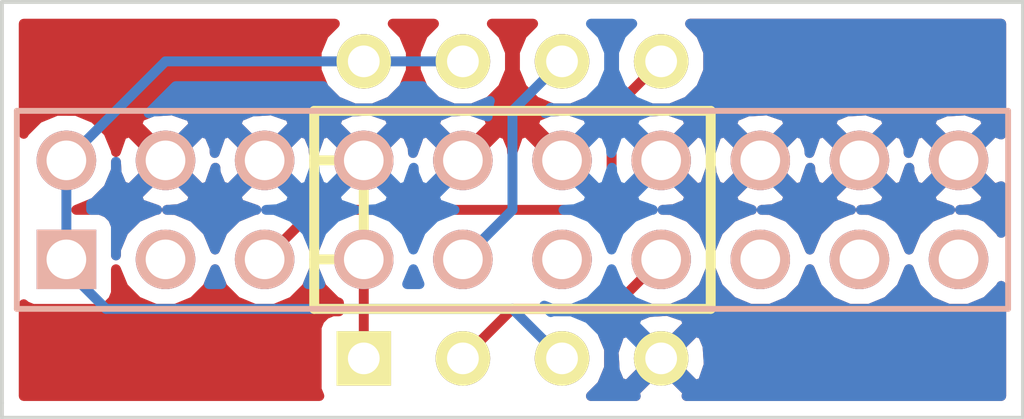
<source format=kicad_pcb>
(kicad_pcb (version 3) (host pcbnew "(2013-07-07 BZR 4022)-stable")

  (general
    (links 17)
    (no_connects 0)
    (area 187.528999 159.715999 213.791001 170.484001)
    (thickness 1.6)
    (drawings 9)
    (tracks 20)
    (zones 0)
    (modules 2)
    (nets 7)
  )

  (page A3)
  (layers
    (15 F.Cu signal)
    (0 B.Cu signal)
    (16 B.Adhes user)
    (17 F.Adhes user)
    (18 B.Paste user)
    (19 F.Paste user)
    (20 B.SilkS user)
    (21 F.SilkS user)
    (22 B.Mask user)
    (23 F.Mask user)
    (24 Dwgs.User user)
    (25 Cmts.User user)
    (26 Eco1.User user)
    (27 Eco2.User user)
    (28 Edge.Cuts user)
  )

  (setup
    (last_trace_width 0.254)
    (user_trace_width 0.254)
    (user_trace_width 0.381)
    (user_trace_width 0.508)
    (trace_clearance 0.254)
    (zone_clearance 0.381)
    (zone_45_only no)
    (trace_min 0.254)
    (segment_width 0.2)
    (edge_width 0.1)
    (via_size 0.6858)
    (via_drill 0.3302)
    (via_min_size 0.6858)
    (via_min_drill 0.3302)
    (uvia_size 0.508)
    (uvia_drill 0.127)
    (uvias_allowed no)
    (uvia_min_size 0.508)
    (uvia_min_drill 0.127)
    (pcb_text_width 0.3)
    (pcb_text_size 1.5 1.5)
    (mod_edge_width 0.15)
    (mod_text_size 1 1)
    (mod_text_width 0.15)
    (pad_size 1.5 1.5)
    (pad_drill 0.6)
    (pad_to_mask_clearance 0)
    (aux_axis_origin 0 0)
    (visible_elements 7FFFFFBF)
    (pcbplotparams
      (layerselection 284196865)
      (usegerberextensions true)
      (excludeedgelayer false)
      (linewidth 0.150000)
      (plotframeref false)
      (viasonmask false)
      (mode 1)
      (useauxorigin false)
      (hpglpennumber 1)
      (hpglpenspeed 20)
      (hpglpendiameter 15)
      (hpglpenoverlay 2)
      (psnegative false)
      (psa4output false)
      (plotreference true)
      (plotvalue false)
      (plotothertext false)
      (plotinvisibletext false)
      (padsonsilk false)
      (subtractmaskfromsilk false)
      (outputformat 1)
      (mirror false)
      (drillshape 0)
      (scaleselection 1)
      (outputdirectory CAM/))
  )

  (net 0 "")
  (net 1 /SCLK)
  (net 2 /SI)
  (net 3 /SO)
  (net 4 /~CS)
  (net 5 GND)
  (net 6 VCC)

  (net_class Default "This is the default net class."
    (clearance 0.254)
    (trace_width 0.254)
    (via_dia 0.6858)
    (via_drill 0.3302)
    (uvia_dia 0.508)
    (uvia_drill 0.127)
    (add_net "")
    (add_net /SCLK)
    (add_net /SI)
    (add_net /SO)
    (add_net /~CS)
    (add_net GND)
    (add_net VCC)
  )

  (module pin_array_10x2 (layer B.Cu) (tedit 55A02585) (tstamp 54DB70BE)
    (at 203.2 165.1 180)
    (descr "Double rangee de contacts 2 x 12 pins")
    (tags CONN)
    (path /54DB60C6)
    (fp_text reference P1 (at 11.176 3.429 180) (layer B.SilkS) hide
      (effects (font (size 1.016 1.016) (thickness 0.254)) (justify mirror))
    )
    (fp_text value CONN_10X2 (at 0 -3.81 180) (layer B.SilkS) hide
      (effects (font (size 1.016 1.016) (thickness 0.2032)) (justify mirror))
    )
    (fp_line (start -10.16 2.54) (end 15.24 2.54) (layer B.SilkS) (width 0.15))
    (fp_line (start 15.24 2.54) (end 15.24 -2.54) (layer B.SilkS) (width 0.15))
    (fp_line (start 15.24 -2.54) (end -10.16 -2.54) (layer B.SilkS) (width 0.15))
    (fp_line (start -10.16 -2.54) (end -10.16 2.54) (layer B.SilkS) (width 0.15))
    (pad 1 thru_hole rect (at 13.97 -1.27) (size 1.524 1.524) (drill 1.016)
      (layers *.Cu *.Mask B.SilkS)
      (net 6 VCC)
    )
    (pad 2 thru_hole circle (at 13.97 1.27) (size 1.524 1.524) (drill 1.016)
      (layers *.Cu *.Mask B.SilkS)
      (net 6 VCC)
    )
    (pad 3 thru_hole circle (at 11.43 -1.27) (size 1.524 1.524) (drill 1.016)
      (layers *.Cu *.Mask B.SilkS)
    )
    (pad 4 thru_hole circle (at 11.43 1.27) (size 1.524 1.524) (drill 1.016)
      (layers *.Cu *.Mask B.SilkS)
      (net 5 GND)
    )
    (pad 5 thru_hole circle (at 8.89 -1.27) (size 1.524 1.524) (drill 1.016)
      (layers *.Cu *.Mask B.SilkS)
      (net 2 /SI)
    )
    (pad 6 thru_hole circle (at 8.89 1.27) (size 1.524 1.524) (drill 1.016)
      (layers *.Cu *.Mask B.SilkS)
      (net 5 GND)
    )
    (pad 7 thru_hole circle (at 6.35 -1.27) (size 1.524 1.524) (drill 1.016)
      (layers *.Cu *.Mask B.SilkS)
      (net 4 /~CS)
    )
    (pad 8 thru_hole circle (at 6.35 1.27) (size 1.524 1.524) (drill 1.016)
      (layers *.Cu *.Mask B.SilkS)
      (net 5 GND)
    )
    (pad 9 thru_hole circle (at 3.81 -1.27) (size 1.524 1.524) (drill 1.016)
      (layers *.Cu *.Mask B.SilkS)
      (net 1 /SCLK)
    )
    (pad 10 thru_hole circle (at 3.81 1.27) (size 1.524 1.524) (drill 1.016)
      (layers *.Cu *.Mask B.SilkS)
      (net 5 GND)
    )
    (pad 11 thru_hole circle (at 1.27 -1.27) (size 1.524 1.524) (drill 1.016)
      (layers *.Cu *.Mask B.SilkS)
    )
    (pad 12 thru_hole circle (at 1.27 1.27) (size 1.524 1.524) (drill 1.016)
      (layers *.Cu *.Mask B.SilkS)
      (net 5 GND)
    )
    (pad 13 thru_hole circle (at -1.27 -1.27) (size 1.524 1.524) (drill 1.016)
      (layers *.Cu *.Mask B.SilkS)
      (net 3 /SO)
    )
    (pad 14 thru_hole circle (at -1.27 1.27) (size 1.524 1.524) (drill 1.016)
      (layers *.Cu *.Mask B.SilkS)
      (net 5 GND)
    )
    (pad 15 thru_hole circle (at -3.81 -1.27) (size 1.524 1.524) (drill 1.016)
      (layers *.Cu *.Mask B.SilkS)
    )
    (pad 16 thru_hole circle (at -3.81 1.27) (size 1.524 1.524) (drill 1.016)
      (layers *.Cu *.Mask B.SilkS)
      (net 5 GND)
    )
    (pad 17 thru_hole circle (at -6.35 -1.27) (size 1.524 1.524) (drill 1.016)
      (layers *.Cu *.Mask B.SilkS)
    )
    (pad 18 thru_hole circle (at -6.35 1.27) (size 1.524 1.524) (drill 1.016)
      (layers *.Cu *.Mask B.SilkS)
      (net 5 GND)
    )
    (pad 19 thru_hole circle (at -8.89 -1.27) (size 1.524 1.524) (drill 1.016)
      (layers *.Cu *.Mask B.SilkS)
    )
    (pad 20 thru_hole circle (at -8.89 1.27) (size 1.524 1.524) (drill 1.016)
      (layers *.Cu *.Mask B.SilkS)
      (net 5 GND)
    )
    (model pin_array/pins_array_12x2.wrl
      (at (xyz 0 0 0))
      (scale (xyz 1 1 1))
      (rotate (xyz 0 0 0))
    )
  )

  (module DIP-8__300 (layer F.Cu) (tedit 55A0257B) (tstamp 54DB7055)
    (at 200.66 165.1)
    (descr "8 pins DIL package, round pads")
    (tags DIL)
    (path /54DB629D)
    (fp_text reference U1 (at -6.858 -3.556) (layer F.SilkS) hide
      (effects (font (size 1.27 1.143) (thickness 0.2032)))
    )
    (fp_text value FLASH (at 0 0) (layer F.SilkS) hide
      (effects (font (size 1.27 1.016) (thickness 0.2032)))
    )
    (fp_line (start -5.08 -1.27) (end -3.81 -1.27) (layer F.SilkS) (width 0.254))
    (fp_line (start -3.81 -1.27) (end -3.81 1.27) (layer F.SilkS) (width 0.254))
    (fp_line (start -3.81 1.27) (end -5.08 1.27) (layer F.SilkS) (width 0.254))
    (fp_line (start -5.08 -2.54) (end 5.08 -2.54) (layer F.SilkS) (width 0.254))
    (fp_line (start 5.08 -2.54) (end 5.08 2.54) (layer F.SilkS) (width 0.254))
    (fp_line (start 5.08 2.54) (end -5.08 2.54) (layer F.SilkS) (width 0.254))
    (fp_line (start -5.08 2.54) (end -5.08 -2.54) (layer F.SilkS) (width 0.254))
    (pad 1 thru_hole rect (at -3.81 3.81) (size 1.397 1.397) (drill 0.8128)
      (layers *.Cu *.Mask F.SilkS)
      (net 4 /~CS)
    )
    (pad 2 thru_hole circle (at -1.27 3.81) (size 1.397 1.397) (drill 0.8128)
      (layers *.Cu *.Mask F.SilkS)
      (net 3 /SO)
    )
    (pad 3 thru_hole circle (at 1.27 3.81) (size 1.397 1.397) (drill 0.8128)
      (layers *.Cu *.Mask F.SilkS)
      (net 6 VCC)
    )
    (pad 4 thru_hole circle (at 3.81 3.81) (size 1.397 1.397) (drill 0.8128)
      (layers *.Cu *.Mask F.SilkS)
      (net 5 GND)
    )
    (pad 5 thru_hole circle (at 3.81 -3.81) (size 1.397 1.397) (drill 0.8128)
      (layers *.Cu *.Mask F.SilkS)
      (net 2 /SI)
    )
    (pad 6 thru_hole circle (at 1.27 -3.81) (size 1.397 1.397) (drill 0.8128)
      (layers *.Cu *.Mask F.SilkS)
      (net 1 /SCLK)
    )
    (pad 7 thru_hole circle (at -1.27 -3.81) (size 1.397 1.397) (drill 0.8128)
      (layers *.Cu *.Mask F.SilkS)
      (net 6 VCC)
    )
    (pad 8 thru_hole circle (at -3.81 -3.81) (size 1.397 1.397) (drill 0.8128)
      (layers *.Cu *.Mask F.SilkS)
      (net 6 VCC)
    )
    (model dil/dil_8.wrl
      (at (xyz 0 0 0))
      (scale (xyz 1 1 1))
      (rotate (xyz 0 0 0))
    )
  )

  (gr_text J-SPI (at 209.804 168.783 180) (layer F.Mask)
    (effects (font (size 1.5 1.5) (thickness 0.3)))
  )
  (gr_line (start 213.741 159.893) (end 213.741 159.766) (angle 90) (layer Edge.Cuts) (width 0.1))
  (gr_line (start 213.741 170.434) (end 213.741 159.893) (angle 90) (layer Edge.Cuts) (width 0.1))
  (gr_line (start 187.579 170.434) (end 213.741 170.434) (angle 90) (layer Edge.Cuts) (width 0.1))
  (gr_line (start 187.579 170.053) (end 187.579 170.434) (angle 90) (layer Edge.Cuts) (width 0.1))
  (gr_line (start 187.579 159.766) (end 187.579 170.053) (angle 90) (layer Edge.Cuts) (width 0.1))
  (gr_line (start 213.741 159.766) (end 187.579 159.766) (angle 90) (layer Edge.Cuts) (width 0.1))
  (gr_text 1 (at 189.23 168.656 90) (layer F.Mask)
    (effects (font (size 1.5 1.5) (thickness 0.3)))
  )
  (gr_text 1 (at 194.31 168.656 90) (layer F.Mask)
    (effects (font (size 1.5 1.5) (thickness 0.3)))
  )

  (segment (start 201.93 161.29) (end 200.66 162.56) (width 0.254) (layer B.Cu) (net 1))
  (segment (start 200.66 165.1) (end 199.39 166.37) (width 0.254) (layer B.Cu) (net 1) (tstamp 55A0240A))
  (segment (start 200.66 162.56) (end 200.66 165.1) (width 0.254) (layer B.Cu) (net 1) (tstamp 55A02407))
  (segment (start 194.31 166.37) (end 195.58 165.1) (width 0.254) (layer F.Cu) (net 2))
  (segment (start 203.2 162.56) (end 204.47 161.29) (width 0.254) (layer F.Cu) (net 2) (tstamp 55A023DB))
  (segment (start 203.2 164.592) (end 203.2 162.56) (width 0.254) (layer F.Cu) (net 2) (tstamp 55A023DA))
  (segment (start 202.692 165.1) (end 203.2 164.592) (width 0.254) (layer F.Cu) (net 2) (tstamp 55A023D6))
  (segment (start 195.58 165.1) (end 202.692 165.1) (width 0.254) (layer F.Cu) (net 2) (tstamp 55A023D4))
  (segment (start 204.47 166.37) (end 203.2 167.64) (width 0.254) (layer F.Cu) (net 3))
  (segment (start 200.66 167.64) (end 199.39 168.91) (width 0.254) (layer F.Cu) (net 3) (tstamp 55A0255A))
  (segment (start 203.2 167.64) (end 200.66 167.64) (width 0.254) (layer F.Cu) (net 3) (tstamp 55A02558))
  (segment (start 196.85 168.91) (end 196.85 166.37) (width 0.254) (layer F.Cu) (net 4))
  (segment (start 189.23 166.37) (end 189.23 166.624) (width 0.254) (layer B.Cu) (net 6))
  (segment (start 200.66 167.64) (end 201.93 168.91) (width 0.254) (layer B.Cu) (net 6) (tstamp 55A0254F))
  (segment (start 190.246 167.64) (end 200.66 167.64) (width 0.254) (layer B.Cu) (net 6) (tstamp 55A0254C))
  (segment (start 189.23 166.624) (end 190.246 167.64) (width 0.254) (layer B.Cu) (net 6) (tstamp 55A0254B))
  (segment (start 189.23 163.83) (end 189.23 166.37) (width 0.254) (layer B.Cu) (net 6))
  (segment (start 196.85 161.29) (end 199.39 161.29) (width 0.254) (layer B.Cu) (net 6))
  (segment (start 196.85 161.29) (end 191.77 161.29) (width 0.254) (layer B.Cu) (net 6))
  (segment (start 191.77 161.29) (end 189.23 163.83) (width 0.254) (layer B.Cu) (net 6) (tstamp 55A02342))

  (zone (net 5) (net_name GND) (layer B.Cu) (tstamp 55A0250F) (hatch edge 0.508)
    (connect_pads (clearance 0.381))
    (min_thickness 0.254)
    (fill (arc_segments 16) (thermal_gap 0.381) (thermal_bridge_width 0.508))
    (polygon
      (pts
        (xy 213.36 170.053) (xy 187.96 170.053) (xy 187.96 160.147) (xy 213.36 160.147)
      )
    )
    (filled_polygon
      (pts
        (xy 200.082124 162.303843) (xy 200.073336 162.316996) (xy 200.025 162.56) (xy 200.025 162.705993) (xy 199.567335 162.547321)
        (xy 199.062976 162.577096) (xy 198.735304 162.712822) (xy 198.658884 162.919279) (xy 199.39 163.650395) (xy 199.404142 163.636252)
        (xy 199.583747 163.815857) (xy 199.569605 163.83) (xy 199.583747 163.844142) (xy 199.404142 164.023747) (xy 199.39 164.009605)
        (xy 199.210395 164.18921) (xy 199.210395 163.83) (xy 198.479279 163.098884) (xy 198.272822 163.175304) (xy 198.111097 163.641771)
        (xy 198.102904 163.502976) (xy 197.967178 163.175304) (xy 197.760721 163.098884) (xy 197.581116 163.278489) (xy 197.581116 162.919279)
        (xy 197.504696 162.712822) (xy 197.027335 162.547321) (xy 196.522976 162.577096) (xy 196.195304 162.712822) (xy 196.118884 162.919279)
        (xy 196.85 163.650395) (xy 197.581116 162.919279) (xy 197.581116 163.278489) (xy 197.029605 163.83) (xy 197.760721 164.561116)
        (xy 197.967178 164.484696) (xy 198.128902 164.018228) (xy 198.137096 164.157024) (xy 198.272822 164.484696) (xy 198.479279 164.561116)
        (xy 199.210395 163.83) (xy 199.210395 164.18921) (xy 198.658884 164.740721) (xy 198.735304 164.947178) (xy 199.175556 165.099813)
        (xy 199.13849 165.099781) (xy 198.671543 165.292719) (xy 198.313975 165.649664) (xy 198.120222 166.116273) (xy 198.119781 166.62151)
        (xy 198.278235 167.005) (xy 197.961459 167.005) (xy 198.119778 166.623727) (xy 198.120219 166.11849) (xy 197.927281 165.651543)
        (xy 197.570336 165.293975) (xy 197.103727 165.100222) (xy 196.88688 165.100032) (xy 197.177024 165.082904) (xy 197.504696 164.947178)
        (xy 197.581116 164.740721) (xy 196.85 164.009605) (xy 196.670395 164.18921) (xy 196.670395 163.83) (xy 195.939279 163.098884)
        (xy 195.732822 163.175304) (xy 195.571097 163.641771) (xy 195.562904 163.502976) (xy 195.427178 163.175304) (xy 195.220721 163.098884)
        (xy 195.041116 163.278489) (xy 195.041116 162.919279) (xy 194.964696 162.712822) (xy 194.487335 162.547321) (xy 193.982976 162.577096)
        (xy 193.655304 162.712822) (xy 193.578884 162.919279) (xy 194.31 163.650395) (xy 195.041116 162.919279) (xy 195.041116 163.278489)
        (xy 194.489605 163.83) (xy 195.220721 164.561116) (xy 195.427178 164.484696) (xy 195.588902 164.018228) (xy 195.597096 164.157024)
        (xy 195.732822 164.484696) (xy 195.939279 164.561116) (xy 196.670395 163.83) (xy 196.670395 164.18921) (xy 196.118884 164.740721)
        (xy 196.195304 164.947178) (xy 196.635556 165.099813) (xy 196.59849 165.099781) (xy 196.131543 165.292719) (xy 195.773975 165.649664)
        (xy 195.580222 166.116273) (xy 195.579781 166.62151) (xy 195.738235 167.005) (xy 195.421459 167.005) (xy 195.579778 166.623727)
        (xy 195.580219 166.11849) (xy 195.387281 165.651543) (xy 195.030336 165.293975) (xy 194.563727 165.100222) (xy 194.34688 165.100032)
        (xy 194.637024 165.082904) (xy 194.964696 164.947178) (xy 195.041116 164.740721) (xy 194.31 164.009605) (xy 194.130395 164.18921)
        (xy 194.130395 163.83) (xy 193.399279 163.098884) (xy 193.192822 163.175304) (xy 193.031097 163.641771) (xy 193.022904 163.502976)
        (xy 192.887178 163.175304) (xy 192.680721 163.098884) (xy 191.949605 163.83) (xy 192.680721 164.561116) (xy 192.887178 164.484696)
        (xy 193.048902 164.018228) (xy 193.057096 164.157024) (xy 193.192822 164.484696) (xy 193.399279 164.561116) (xy 194.130395 163.83)
        (xy 194.130395 164.18921) (xy 193.578884 164.740721) (xy 193.655304 164.947178) (xy 194.095556 165.099813) (xy 194.05849 165.099781)
        (xy 193.591543 165.292719) (xy 193.233975 165.649664) (xy 193.040222 166.116273) (xy 193.039781 166.62151) (xy 193.198235 167.005)
        (xy 192.881459 167.005) (xy 193.039778 166.623727) (xy 193.040219 166.11849) (xy 192.847281 165.651543) (xy 192.490336 165.293975)
        (xy 192.023727 165.100222) (xy 191.80688 165.100032) (xy 192.097024 165.082904) (xy 192.424696 164.947178) (xy 192.501116 164.740721)
        (xy 191.77 164.009605) (xy 191.038884 164.740721) (xy 191.115304 164.947178) (xy 191.555556 165.099813) (xy 191.51849 165.099781)
        (xy 191.051543 165.292719) (xy 190.693975 165.649664) (xy 190.500222 166.116273) (xy 190.500088 166.269791) (xy 190.500088 165.507396)
        (xy 190.422913 165.320617) (xy 190.280135 165.17759) (xy 190.093491 165.100088) (xy 189.891396 165.099912) (xy 189.865 165.099912)
        (xy 189.865 164.941764) (xy 189.948457 164.907281) (xy 190.306025 164.550336) (xy 190.499778 164.083727) (xy 190.499967 163.86688)
        (xy 190.517096 164.157024) (xy 190.652822 164.484696) (xy 190.859279 164.561116) (xy 191.590395 163.83) (xy 191.576252 163.815857)
        (xy 191.755857 163.636252) (xy 191.77 163.650395) (xy 192.501116 162.919279) (xy 192.424696 162.712822) (xy 191.947335 162.547321)
        (xy 191.442976 162.577096) (xy 191.337055 162.620969) (xy 192.033025 161.925) (xy 195.806942 161.925) (xy 195.826583 161.972534)
        (xy 196.165681 162.312224) (xy 196.60896 162.496289) (xy 197.088935 162.496708) (xy 197.532534 162.313417) (xy 197.872224 161.974319)
        (xy 197.892702 161.925) (xy 198.346942 161.925) (xy 198.366583 161.972534) (xy 198.705681 162.312224) (xy 199.14896 162.496289)
        (xy 199.628935 162.496708) (xy 200.072534 162.313417) (xy 200.082124 162.303843)
      )
    )
    (filled_polygon
      (pts
        (xy 213.183 169.876) (xy 205.689403 169.876) (xy 205.689403 169.072144) (xy 205.658632 168.593156) (xy 205.534532 168.293554)
        (xy 205.334651 168.224954) (xy 205.155046 168.404559) (xy 205.155046 168.045349) (xy 205.086446 167.845468) (xy 204.632144 167.690597)
        (xy 204.153156 167.721368) (xy 203.853554 167.845468) (xy 203.784954 168.045349) (xy 204.47 168.730395) (xy 205.155046 168.045349)
        (xy 205.155046 168.404559) (xy 204.649605 168.91) (xy 205.334651 169.595046) (xy 205.534532 169.526446) (xy 205.689403 169.072144)
        (xy 205.689403 169.876) (xy 205.120262 169.876) (xy 205.155046 169.774651) (xy 204.47 169.089605) (xy 204.290395 169.26921)
        (xy 204.290395 168.91) (xy 203.605349 168.224954) (xy 203.405468 168.293554) (xy 203.250597 168.747856) (xy 203.281368 169.226844)
        (xy 203.405468 169.526446) (xy 203.605349 169.595046) (xy 204.290395 168.91) (xy 204.290395 169.26921) (xy 203.784954 169.774651)
        (xy 203.819737 169.876) (xy 202.670051 169.876) (xy 202.952224 169.594319) (xy 203.136289 169.15104) (xy 203.136708 168.671065)
        (xy 202.953417 168.227466) (xy 202.614319 167.887776) (xy 202.17104 167.703711) (xy 201.691065 167.703292) (xy 201.64171 167.723684)
        (xy 201.47368 167.555654) (xy 201.676273 167.639778) (xy 202.18151 167.640219) (xy 202.648457 167.447281) (xy 203.006025 167.090336)
        (xy 203.199778 166.623727) (xy 203.200219 166.11849) (xy 203.007281 165.651543) (xy 202.650336 165.293975) (xy 202.183727 165.100222)
        (xy 201.96688 165.100032) (xy 202.257024 165.082904) (xy 202.584696 164.947178) (xy 202.661116 164.740721) (xy 201.93 164.009605)
        (xy 201.915857 164.023747) (xy 201.736252 163.844142) (xy 201.750395 163.83) (xy 201.736252 163.815857) (xy 201.915857 163.636252)
        (xy 201.93 163.650395) (xy 202.661116 162.919279) (xy 202.584696 162.712822) (xy 202.107335 162.547321) (xy 201.602976 162.577096)
        (xy 201.497056 162.620969) (xy 201.64146 162.476565) (xy 201.68896 162.496289) (xy 202.168935 162.496708) (xy 202.612534 162.313417)
        (xy 202.952224 161.974319) (xy 203.136289 161.53104) (xy 203.136708 161.051065) (xy 202.953417 160.607466) (xy 202.670445 160.324)
        (xy 203.729948 160.324) (xy 203.447776 160.605681) (xy 203.263711 161.04896) (xy 203.263292 161.528935) (xy 203.446583 161.972534)
        (xy 203.785681 162.312224) (xy 204.22896 162.496289) (xy 204.708935 162.496708) (xy 205.152534 162.313417) (xy 205.492224 161.974319)
        (xy 205.676289 161.53104) (xy 205.676708 161.051065) (xy 205.493417 160.607466) (xy 205.210445 160.324) (xy 213.183 160.324)
        (xy 213.183 163.166354) (xy 213.000721 163.098884) (xy 212.821116 163.278489) (xy 212.821116 162.919279) (xy 212.744696 162.712822)
        (xy 212.267335 162.547321) (xy 211.762976 162.577096) (xy 211.435304 162.712822) (xy 211.358884 162.919279) (xy 212.09 163.650395)
        (xy 212.821116 162.919279) (xy 212.821116 163.278489) (xy 212.269605 163.83) (xy 213.000721 164.561116) (xy 213.183 164.493645)
        (xy 213.183 165.689585) (xy 213.167281 165.651543) (xy 212.810336 165.293975) (xy 212.343727 165.100222) (xy 212.12688 165.100032)
        (xy 212.417024 165.082904) (xy 212.744696 164.947178) (xy 212.821116 164.740721) (xy 212.09 164.009605) (xy 211.910395 164.18921)
        (xy 211.910395 163.83) (xy 211.179279 163.098884) (xy 210.972822 163.175304) (xy 210.811097 163.641771) (xy 210.802904 163.502976)
        (xy 210.667178 163.175304) (xy 210.460721 163.098884) (xy 210.281116 163.278489) (xy 210.281116 162.919279) (xy 210.204696 162.712822)
        (xy 209.727335 162.547321) (xy 209.222976 162.577096) (xy 208.895304 162.712822) (xy 208.818884 162.919279) (xy 209.55 163.650395)
        (xy 210.281116 162.919279) (xy 210.281116 163.278489) (xy 209.729605 163.83) (xy 210.460721 164.561116) (xy 210.667178 164.484696)
        (xy 210.828902 164.018228) (xy 210.837096 164.157024) (xy 210.972822 164.484696) (xy 211.179279 164.561116) (xy 211.910395 163.83)
        (xy 211.910395 164.18921) (xy 211.358884 164.740721) (xy 211.435304 164.947178) (xy 211.875556 165.099813) (xy 211.83849 165.099781)
        (xy 211.371543 165.292719) (xy 211.013975 165.649664) (xy 210.820222 166.116273) (xy 210.820219 166.119709) (xy 210.820219 166.11849)
        (xy 210.627281 165.651543) (xy 210.270336 165.293975) (xy 209.803727 165.100222) (xy 209.58688 165.100032) (xy 209.877024 165.082904)
        (xy 210.204696 164.947178) (xy 210.281116 164.740721) (xy 209.55 164.009605) (xy 209.370395 164.18921) (xy 209.370395 163.83)
        (xy 208.639279 163.098884) (xy 208.432822 163.175304) (xy 208.271097 163.641771) (xy 208.262904 163.502976) (xy 208.127178 163.175304)
        (xy 207.920721 163.098884) (xy 207.741116 163.278489) (xy 207.741116 162.919279) (xy 207.664696 162.712822) (xy 207.187335 162.547321)
        (xy 206.682976 162.577096) (xy 206.355304 162.712822) (xy 206.278884 162.919279) (xy 207.01 163.650395) (xy 207.741116 162.919279)
        (xy 207.741116 163.278489) (xy 207.189605 163.83) (xy 207.920721 164.561116) (xy 208.127178 164.484696) (xy 208.288902 164.018228)
        (xy 208.297096 164.157024) (xy 208.432822 164.484696) (xy 208.639279 164.561116) (xy 209.370395 163.83) (xy 209.370395 164.18921)
        (xy 208.818884 164.740721) (xy 208.895304 164.947178) (xy 209.335556 165.099813) (xy 209.29849 165.099781) (xy 208.831543 165.292719)
        (xy 208.473975 165.649664) (xy 208.280222 166.116273) (xy 208.280219 166.119709) (xy 208.280219 166.11849) (xy 208.087281 165.651543)
        (xy 207.730336 165.293975) (xy 207.263727 165.100222) (xy 207.04688 165.100032) (xy 207.337024 165.082904) (xy 207.664696 164.947178)
        (xy 207.741116 164.740721) (xy 207.01 164.009605) (xy 206.830395 164.18921) (xy 206.830395 163.83) (xy 206.099279 163.098884)
        (xy 205.892822 163.175304) (xy 205.731097 163.641771) (xy 205.722904 163.502976) (xy 205.587178 163.175304) (xy 205.380721 163.098884)
        (xy 205.201116 163.278489) (xy 205.201116 162.919279) (xy 205.124696 162.712822) (xy 204.647335 162.547321) (xy 204.142976 162.577096)
        (xy 203.815304 162.712822) (xy 203.738884 162.919279) (xy 204.47 163.650395) (xy 205.201116 162.919279) (xy 205.201116 163.278489)
        (xy 204.649605 163.83) (xy 205.380721 164.561116) (xy 205.587178 164.484696) (xy 205.748902 164.018228) (xy 205.757096 164.157024)
        (xy 205.892822 164.484696) (xy 206.099279 164.561116) (xy 206.830395 163.83) (xy 206.830395 164.18921) (xy 206.278884 164.740721)
        (xy 206.355304 164.947178) (xy 206.795556 165.099813) (xy 206.75849 165.099781) (xy 206.291543 165.292719) (xy 205.933975 165.649664)
        (xy 205.740222 166.116273) (xy 205.740219 166.119709) (xy 205.740219 166.11849) (xy 205.547281 165.651543) (xy 205.190336 165.293975)
        (xy 204.723727 165.100222) (xy 204.50688 165.100032) (xy 204.797024 165.082904) (xy 205.124696 164.947178) (xy 205.201116 164.740721)
        (xy 204.47 164.009605) (xy 204.290395 164.18921) (xy 204.290395 163.83) (xy 203.559279 163.098884) (xy 203.352822 163.175304)
        (xy 203.191097 163.641771) (xy 203.182904 163.502976) (xy 203.047178 163.175304) (xy 202.840721 163.098884) (xy 202.109605 163.83)
        (xy 202.840721 164.561116) (xy 203.047178 164.484696) (xy 203.208902 164.018228) (xy 203.217096 164.157024) (xy 203.352822 164.484696)
        (xy 203.559279 164.561116) (xy 204.290395 163.83) (xy 204.290395 164.18921) (xy 203.738884 164.740721) (xy 203.815304 164.947178)
        (xy 204.255556 165.099813) (xy 204.21849 165.099781) (xy 203.751543 165.292719) (xy 203.393975 165.649664) (xy 203.200222 166.116273)
        (xy 203.199781 166.62151) (xy 203.392719 167.088457) (xy 203.749664 167.446025) (xy 204.216273 167.639778) (xy 204.72151 167.640219)
        (xy 205.188457 167.447281) (xy 205.546025 167.090336) (xy 205.739778 166.623727) (xy 205.740219 166.11849) (xy 205.740219 166.119709)
        (xy 205.739781 166.62151) (xy 205.932719 167.088457) (xy 206.289664 167.446025) (xy 206.756273 167.639778) (xy 207.26151 167.640219)
        (xy 207.728457 167.447281) (xy 208.086025 167.090336) (xy 208.279778 166.623727) (xy 208.280219 166.11849) (xy 208.280219 166.119709)
        (xy 208.279781 166.62151) (xy 208.472719 167.088457) (xy 208.829664 167.446025) (xy 209.296273 167.639778) (xy 209.80151 167.640219)
        (xy 210.268457 167.447281) (xy 210.626025 167.090336) (xy 210.819778 166.623727) (xy 210.820219 166.11849) (xy 210.820219 166.119709)
        (xy 210.819781 166.62151) (xy 211.012719 167.088457) (xy 211.369664 167.446025) (xy 211.836273 167.639778) (xy 212.34151 167.640219)
        (xy 212.808457 167.447281) (xy 213.166025 167.090336) (xy 213.183 167.049455) (xy 213.183 169.876)
      )
    )
  )
  (zone (net 5) (net_name GND) (layer F.Cu) (tstamp 55A02512) (hatch edge 0.508)
    (connect_pads (clearance 0.381))
    (min_thickness 0.254)
    (fill (arc_segments 16) (thermal_gap 0.381) (thermal_bridge_width 0.508))
    (polygon
      (pts
        (xy 213.36 170.053) (xy 187.96 170.053) (xy 187.96 160.147) (xy 213.36 160.147)
      )
    )
    (filled_polygon
      (pts
        (xy 202.622124 162.303843) (xy 202.613336 162.316996) (xy 202.565 162.56) (xy 202.565 162.705993) (xy 202.107335 162.547321)
        (xy 201.602976 162.577096) (xy 201.275304 162.712822) (xy 201.198884 162.919279) (xy 201.93 163.650395) (xy 201.944142 163.636252)
        (xy 202.123747 163.815857) (xy 202.109605 163.83) (xy 202.123747 163.844142) (xy 201.944142 164.023747) (xy 201.93 164.009605)
        (xy 201.915857 164.023747) (xy 201.736252 163.844142) (xy 201.750395 163.83) (xy 201.019279 163.098884) (xy 200.812822 163.175304)
        (xy 200.651097 163.641771) (xy 200.642904 163.502976) (xy 200.507178 163.175304) (xy 200.300721 163.098884) (xy 200.121116 163.278489)
        (xy 200.121116 162.919279) (xy 200.044696 162.712822) (xy 199.567335 162.547321) (xy 199.062976 162.577096) (xy 198.735304 162.712822)
        (xy 198.658884 162.919279) (xy 199.39 163.650395) (xy 200.121116 162.919279) (xy 200.121116 163.278489) (xy 199.569605 163.83)
        (xy 199.583747 163.844142) (xy 199.404142 164.023747) (xy 199.39 164.009605) (xy 199.375857 164.023747) (xy 199.196252 163.844142)
        (xy 199.210395 163.83) (xy 198.479279 163.098884) (xy 198.272822 163.175304) (xy 198.111097 163.641771) (xy 198.102904 163.502976)
        (xy 197.967178 163.175304) (xy 197.760721 163.098884) (xy 197.581116 163.278489) (xy 197.581116 162.919279) (xy 197.504696 162.712822)
        (xy 197.027335 162.547321) (xy 196.522976 162.577096) (xy 196.195304 162.712822) (xy 196.118884 162.919279) (xy 196.85 163.650395)
        (xy 197.581116 162.919279) (xy 197.581116 163.278489) (xy 197.029605 163.83) (xy 197.043747 163.844142) (xy 196.864142 164.023747)
        (xy 196.85 164.009605) (xy 196.835857 164.023747) (xy 196.656252 163.844142) (xy 196.670395 163.83) (xy 195.939279 163.098884)
        (xy 195.732822 163.175304) (xy 195.571097 163.641771) (xy 195.562904 163.502976) (xy 195.427178 163.175304) (xy 195.220721 163.098884)
        (xy 195.041116 163.278489) (xy 195.041116 162.919279) (xy 194.964696 162.712822) (xy 194.487335 162.547321) (xy 193.982976 162.577096)
        (xy 193.655304 162.712822) (xy 193.578884 162.919279) (xy 194.31 163.650395) (xy 195.041116 162.919279) (xy 195.041116 163.278489)
        (xy 194.489605 163.83) (xy 194.503747 163.844142) (xy 194.324142 164.023747) (xy 194.31 164.009605) (xy 194.130395 164.18921)
        (xy 194.130395 163.83) (xy 193.399279 163.098884) (xy 193.192822 163.175304) (xy 193.031097 163.641771) (xy 193.022904 163.502976)
        (xy 192.887178 163.175304) (xy 192.680721 163.098884) (xy 192.501116 163.278489) (xy 192.501116 162.919279) (xy 192.424696 162.712822)
        (xy 191.947335 162.547321) (xy 191.442976 162.577096) (xy 191.115304 162.712822) (xy 191.038884 162.919279) (xy 191.77 163.650395)
        (xy 192.501116 162.919279) (xy 192.501116 163.278489) (xy 191.949605 163.83) (xy 192.680721 164.561116) (xy 192.887178 164.484696)
        (xy 193.048902 164.018228) (xy 193.057096 164.157024) (xy 193.192822 164.484696) (xy 193.399279 164.561116) (xy 194.130395 163.83)
        (xy 194.130395 164.18921) (xy 193.578884 164.740721) (xy 193.655304 164.947178) (xy 194.095556 165.099813) (xy 194.05849 165.099781)
        (xy 193.591543 165.292719) (xy 193.233975 165.649664) (xy 193.040222 166.116273) (xy 193.039781 166.62151) (xy 193.232719 167.088457)
        (xy 193.589664 167.446025) (xy 194.056273 167.639778) (xy 194.56151 167.640219) (xy 195.028457 167.447281) (xy 195.386025 167.090336)
        (xy 195.579778 166.623727) (xy 195.580219 166.11849) (xy 195.544933 166.033092) (xy 195.664345 165.91368) (xy 195.580222 166.116273)
        (xy 195.579781 166.62151) (xy 195.772719 167.088457) (xy 196.129664 167.446025) (xy 196.215 167.481459) (xy 196.215 167.703412)
        (xy 196.050896 167.703412) (xy 195.864117 167.780587) (xy 195.72109 167.923365) (xy 195.643588 168.110009) (xy 195.643412 168.312104)
        (xy 195.643412 169.709104) (xy 195.712371 169.876) (xy 188.137 169.876) (xy 188.137 167.51947) (xy 188.179865 167.56241)
        (xy 188.366509 167.639912) (xy 188.568604 167.640088) (xy 190.092604 167.640088) (xy 190.279383 167.562913) (xy 190.42241 167.420135)
        (xy 190.499912 167.233491) (xy 190.500088 167.031396) (xy 190.500088 166.622252) (xy 190.692719 167.088457) (xy 191.049664 167.446025)
        (xy 191.516273 167.639778) (xy 192.02151 167.640219) (xy 192.488457 167.447281) (xy 192.846025 167.090336) (xy 193.039778 166.623727)
        (xy 193.040219 166.11849) (xy 192.847281 165.651543) (xy 192.490336 165.293975) (xy 192.023727 165.100222) (xy 191.80688 165.100032)
        (xy 192.097024 165.082904) (xy 192.424696 164.947178) (xy 192.501116 164.740721) (xy 191.77 164.009605) (xy 191.038884 164.740721)
        (xy 191.115304 164.947178) (xy 191.555556 165.099813) (xy 191.51849 165.099781) (xy 191.051543 165.292719) (xy 190.693975 165.649664)
        (xy 190.500222 166.116273) (xy 190.500088 166.269791) (xy 190.500088 165.507396) (xy 190.422913 165.320617) (xy 190.280135 165.17759)
        (xy 190.093491 165.100088) (xy 189.891396 165.099912) (xy 189.482252 165.099912) (xy 189.948457 164.907281) (xy 190.306025 164.550336)
        (xy 190.499778 164.083727) (xy 190.499967 163.86688) (xy 190.517096 164.157024) (xy 190.652822 164.484696) (xy 190.859279 164.561116)
        (xy 191.590395 163.83) (xy 190.859279 163.098884) (xy 190.652822 163.175304) (xy 190.500186 163.615556) (xy 190.500219 163.57849)
        (xy 190.307281 163.111543) (xy 189.950336 162.753975) (xy 189.483727 162.560222) (xy 188.97849 162.559781) (xy 188.511543 162.752719)
        (xy 188.153975 163.109664) (xy 188.137 163.150544) (xy 188.137 160.324) (xy 196.109948 160.324) (xy 195.827776 160.605681)
        (xy 195.643711 161.04896) (xy 195.643292 161.528935) (xy 195.826583 161.972534) (xy 196.165681 162.312224) (xy 196.60896 162.496289)
        (xy 197.088935 162.496708) (xy 197.532534 162.313417) (xy 197.872224 161.974319) (xy 198.056289 161.53104) (xy 198.056708 161.051065)
        (xy 197.873417 160.607466) (xy 197.590445 160.324) (xy 198.649948 160.324) (xy 198.367776 160.605681) (xy 198.183711 161.04896)
        (xy 198.183292 161.528935) (xy 198.366583 161.972534) (xy 198.705681 162.312224) (xy 199.14896 162.496289) (xy 199.628935 162.496708)
        (xy 200.072534 162.313417) (xy 200.412224 161.974319) (xy 200.596289 161.53104) (xy 200.596708 161.051065) (xy 200.413417 160.607466)
        (xy 200.130445 160.324) (xy 201.189948 160.324) (xy 200.907776 160.605681) (xy 200.723711 161.04896) (xy 200.723292 161.528935)
        (xy 200.906583 161.972534) (xy 201.245681 162.312224) (xy 201.68896 162.496289) (xy 202.168935 162.496708) (xy 202.612534 162.313417)
        (xy 202.622124 162.303843)
      )
    )
    (filled_polygon
      (pts
        (xy 213.183 169.876) (xy 205.689403 169.876) (xy 205.689403 169.072144) (xy 205.658632 168.593156) (xy 205.534532 168.293554)
        (xy 205.334651 168.224954) (xy 204.649605 168.91) (xy 205.334651 169.595046) (xy 205.534532 169.526446) (xy 205.689403 169.072144)
        (xy 205.689403 169.876) (xy 205.120262 169.876) (xy 205.155046 169.774651) (xy 204.47 169.089605) (xy 204.290395 169.26921)
        (xy 203.784954 169.774651) (xy 203.819737 169.876) (xy 202.670051 169.876) (xy 202.952224 169.594319) (xy 203.136289 169.15104)
        (xy 203.136708 168.671065) (xy 202.973057 168.275) (xy 203.2 168.275) (xy 203.443004 168.226664) (xy 203.541345 168.160953)
        (xy 203.605346 168.224954) (xy 203.405468 168.293554) (xy 203.250597 168.747856) (xy 203.281368 169.226844) (xy 203.405468 169.526446)
        (xy 203.605349 169.595046) (xy 204.290395 168.91) (xy 204.276252 168.895857) (xy 204.455857 168.716252) (xy 204.47 168.730395)
        (xy 205.155046 168.045349) (xy 205.086446 167.845468) (xy 204.632144 167.690597) (xy 204.153156 167.721368) (xy 203.920138 167.817887)
        (xy 204.132877 167.605148) (xy 204.216273 167.639778) (xy 204.72151 167.640219) (xy 205.188457 167.447281) (xy 205.546025 167.090336)
        (xy 205.739778 166.623727) (xy 205.740219 166.11849) (xy 205.547281 165.651543) (xy 205.190336 165.293975) (xy 204.723727 165.100222)
        (xy 204.50688 165.100032) (xy 204.797024 165.082904) (xy 205.124696 164.947178) (xy 205.201116 164.740721) (xy 204.47 164.009605)
        (xy 204.455857 164.023747) (xy 204.276252 163.844142) (xy 204.290395 163.83) (xy 204.276252 163.815857) (xy 204.455857 163.636252)
        (xy 204.47 163.650395) (xy 205.201116 162.919279) (xy 205.124696 162.712822) (xy 204.647335 162.547321) (xy 204.142976 162.577096)
        (xy 204.037056 162.620969) (xy 204.18146 162.476565) (xy 204.22896 162.496289) (xy 204.708935 162.496708) (xy 205.152534 162.313417)
        (xy 205.492224 161.974319) (xy 205.676289 161.53104) (xy 205.676708 161.051065) (xy 205.493417 160.607466) (xy 205.210445 160.324)
        (xy 213.183 160.324) (xy 213.183 163.166354) (xy 213.000721 163.098884) (xy 212.821116 163.278489) (xy 212.821116 162.919279)
        (xy 212.744696 162.712822) (xy 212.267335 162.547321) (xy 211.762976 162.577096) (xy 211.435304 162.712822) (xy 211.358884 162.919279)
        (xy 212.09 163.650395) (xy 212.821116 162.919279) (xy 212.821116 163.278489) (xy 212.269605 163.83) (xy 213.000721 164.561116)
        (xy 213.183 164.493645) (xy 213.183 165.689585) (xy 213.167281 165.651543) (xy 212.810336 165.293975) (xy 212.343727 165.100222)
        (xy 212.12688 165.100032) (xy 212.417024 165.082904) (xy 212.744696 164.947178) (xy 212.821116 164.740721) (xy 212.09 164.009605)
        (xy 211.910395 164.18921) (xy 211.910395 163.83) (xy 211.179279 163.098884) (xy 210.972822 163.175304) (xy 210.811097 163.641771)
        (xy 210.802904 163.502976) (xy 210.667178 163.175304) (xy 210.460721 163.098884) (xy 210.281116 163.278489) (xy 210.281116 162.919279)
        (xy 210.204696 162.712822) (xy 209.727335 162.547321) (xy 209.222976 162.577096) (xy 208.895304 162.712822) (xy 208.818884 162.919279)
        (xy 209.55 163.650395) (xy 210.281116 162.919279) (xy 210.281116 163.278489) (xy 209.729605 163.83) (xy 210.460721 164.561116)
        (xy 210.667178 164.484696) (xy 210.828902 164.018228) (xy 210.837096 164.157024) (xy 210.972822 164.484696) (xy 211.179279 164.561116)
        (xy 211.910395 163.83) (xy 211.910395 164.18921) (xy 211.358884 164.740721) (xy 211.435304 164.947178) (xy 211.875556 165.099813)
        (xy 211.83849 165.099781) (xy 211.371543 165.292719) (xy 211.013975 165.649664) (xy 210.820222 166.116273) (xy 210.820219 166.119709)
        (xy 210.820219 166.11849) (xy 210.627281 165.651543) (xy 210.270336 165.293975) (xy 209.803727 165.100222) (xy 209.58688 165.100032)
        (xy 209.877024 165.082904) (xy 210.204696 164.947178) (xy 210.281116 164.740721) (xy 209.55 164.009605) (xy 209.370395 164.18921)
        (xy 209.370395 163.83) (xy 208.639279 163.098884) (xy 208.432822 163.175304) (xy 208.271097 163.641771) (xy 208.262904 163.502976)
        (xy 208.127178 163.175304) (xy 207.920721 163.098884) (xy 207.741116 163.278489) (xy 207.741116 162.919279) (xy 207.664696 162.712822)
        (xy 207.187335 162.547321) (xy 206.682976 162.577096) (xy 206.355304 162.712822) (xy 206.278884 162.919279) (xy 207.01 163.650395)
        (xy 207.741116 162.919279) (xy 207.741116 163.278489) (xy 207.189605 163.83) (xy 207.920721 164.561116) (xy 208.127178 164.484696)
        (xy 208.288902 164.018228) (xy 208.297096 164.157024) (xy 208.432822 164.484696) (xy 208.639279 164.561116) (xy 209.370395 163.83)
        (xy 209.370395 164.18921) (xy 208.818884 164.740721) (xy 208.895304 164.947178) (xy 209.335556 165.099813) (xy 209.29849 165.099781)
        (xy 208.831543 165.292719) (xy 208.473975 165.649664) (xy 208.280222 166.116273) (xy 208.280219 166.119709) (xy 208.280219 166.11849)
        (xy 208.087281 165.651543) (xy 207.730336 165.293975) (xy 207.263727 165.100222) (xy 207.04688 165.100032) (xy 207.337024 165.082904)
        (xy 207.664696 164.947178) (xy 207.741116 164.740721) (xy 207.01 164.009605) (xy 206.830395 164.18921) (xy 206.830395 163.83)
        (xy 206.099279 163.098884) (xy 205.892822 163.175304) (xy 205.731097 163.641771) (xy 205.722904 163.502976) (xy 205.587178 163.175304)
        (xy 205.380721 163.098884) (xy 204.649605 163.83) (xy 205.380721 164.561116) (xy 205.587178 164.484696) (xy 205.748902 164.018228)
        (xy 205.757096 164.157024) (xy 205.892822 164.484696) (xy 206.099279 164.561116) (xy 206.830395 163.83) (xy 206.830395 164.18921)
        (xy 206.278884 164.740721) (xy 206.355304 164.947178) (xy 206.795556 165.099813) (xy 206.75849 165.099781) (xy 206.291543 165.292719)
        (xy 205.933975 165.649664) (xy 205.740222 166.116273) (xy 205.739781 166.62151) (xy 205.932719 167.088457) (xy 206.289664 167.446025)
        (xy 206.756273 167.639778) (xy 207.26151 167.640219) (xy 207.728457 167.447281) (xy 208.086025 167.090336) (xy 208.279778 166.623727)
        (xy 208.280219 166.11849) (xy 208.280219 166.119709) (xy 208.279781 166.62151) (xy 208.472719 167.088457) (xy 208.829664 167.446025)
        (xy 209.296273 167.639778) (xy 209.80151 167.640219) (xy 210.268457 167.447281) (xy 210.626025 167.090336) (xy 210.819778 166.623727)
        (xy 210.820219 166.11849) (xy 210.820219 166.119709) (xy 210.819781 166.62151) (xy 211.012719 167.088457) (xy 211.369664 167.446025)
        (xy 211.836273 167.639778) (xy 212.34151 167.640219) (xy 212.808457 167.447281) (xy 213.166025 167.090336) (xy 213.183 167.049455)
        (xy 213.183 169.876)
      )
    )
  )
)

</source>
